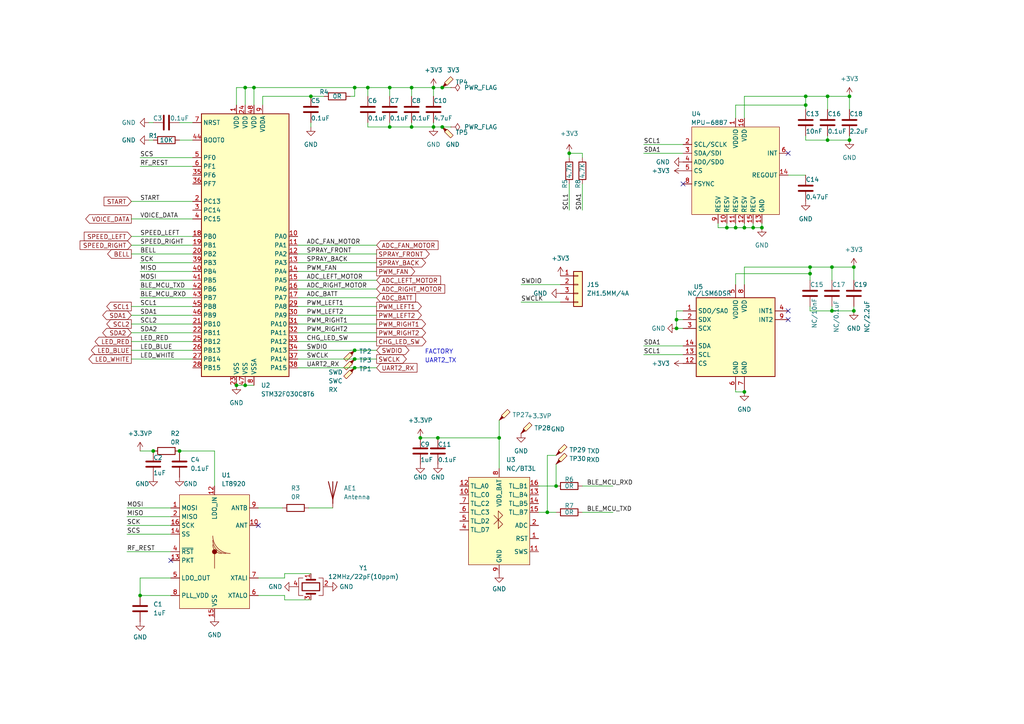
<source format=kicad_sch>
(kicad_sch (version 20211123) (generator eeschema)
  (paper "A4")
  (title_block (title "EDS-01-Main") (date "2022-10-19") (rev "V0.2") (company "Timye"))
  (lib_symbols
    (symbol "Connector:TestPoint_Probe" (pin_numbers hide) (pin_names (offset 0.762) hide)
      (property "Reference" "TP" (at 1.651 5.842 0))
      (property "Value" "TestPoint_Probe" (at 1.651 4.064 0))
      (symbol "TestPoint_Probe_0_1"
        (polyline (pts (xy 1.27 0.762) (xy 0 0) (xy 0.762 1.27) (xy 1.27 0.762)) (fill (type outline)))
        (polyline (pts (xy 1.397 0.635) (xy 0.635 1.397) (xy 2.413 3.175) (xy 3.175 2.413) (xy 1.397 0.635)) (fill (type background)))
      )
      (symbol "TestPoint_Probe_1_1"
        (pin passive line (at 0 0 90) (length 0) (name "1") (number "1"))
      )
    )
    (symbol "Connector_Generic:Conn_01x04" (pin_names (offset 1.016) hide)
      (property "Reference" "J" (at 0 5.08 0))
      (property "Value" "Conn_01x04" (at 0 -7.62 0))
      (symbol "Conn_01x04_1_1"
        (rectangle (start -1.27 -4.953) (end 0 -5.207) (stroke (width 0.1524)))
        (rectangle (start -1.27 -2.413) (end 0 -2.667) (stroke (width 0.1524)))
        (rectangle (start -1.27 0.127) (end 0 -0.127) (stroke (width 0.1524)))
        (rectangle (start -1.27 2.667) (end 0 2.413) (stroke (width 0.1524)))
        (rectangle (start -1.27 3.81) (end 1.27 -6.35) (stroke (width 0.254)) (fill (type background)))
        (pin passive line (at -5.08 2.54 0) (length 3.81) (name "Pin_1") (number "1"))
        (pin passive line (at -5.08 0 0) (length 3.81) (name "Pin_2") (number "2"))
        (pin passive line (at -5.08 -2.54 0) (length 3.81) (name "Pin_3") (number "3"))
        (pin passive line (at -5.08 -5.08 0) (length 3.81) (name "Pin_4") (number "4"))
      )
    )
    (symbol "Device:Antenna" (pin_numbers hide) (pin_names (offset 1.016) hide)
      (property "Reference" "AE" (at -1.905 1.905 0))
      (property "Value" "Antenna" (at -1.905 0 0))
      (symbol "Antenna_0_1"
        (polyline (pts (xy 0 2.54) (xy 0 -3.81)) (stroke (width 0.254)))
        (polyline (pts (xy 1.27 2.54) (xy 0 -2.54) (xy -1.27 2.54)) (stroke (width 0.254)))
      )
      (symbol "Antenna_1_1"
        (pin input line (at 0 -5.08 90) (length 2.54) (name "A") (number "1"))
      )
    )
    (symbol "Device:C" (pin_numbers hide) (pin_names (offset 0.254))
      (property "Reference" "C" (at 0.635 2.54 0))
      (property "Value" "C" (at 0.635 -2.54 0))
      (symbol "C_0_1"
        (polyline (pts (xy -2.032 -0.762) (xy 2.032 -0.762)) (stroke (width 0.508)))
        (polyline (pts (xy -2.032 0.762) (xy 2.032 0.762)) (stroke (width 0.508)))
      )
      (symbol "C_1_1"
        (pin passive line (at 0 3.81 270) (length 2.794) (name "~") (number "1"))
        (pin passive line (at 0 -3.81 90) (length 2.794) (name "~") (number "2"))
      )
    )
    (symbol "Device:Crystal_GND24" (pin_names (offset 1.016) hide)
      (property "Reference" "Y" (at 3.175 5.08 0))
      (property "Value" "Crystal_GND24" (at 3.175 3.175 0))
      (symbol "Crystal_GND24_0_1"
        (rectangle (start -1.143 2.54) (end 1.143 -2.54) (stroke (width 0.3048)))
        (polyline (pts (xy -2.54 0) (xy -2.032 0)))
        (polyline (pts (xy -2.032 -1.27) (xy -2.032 1.27)) (stroke (width 0.508)))
        (polyline (pts (xy 0 -3.81) (xy 0 -3.556)))
        (polyline (pts (xy 0 3.556) (xy 0 3.81)))
        (polyline (pts (xy 2.032 -1.27) (xy 2.032 1.27)) (stroke (width 0.508)))
        (polyline (pts (xy 2.032 0) (xy 2.54 0)))
        (polyline (pts (xy -2.54 -2.286) (xy -2.54 -3.556) (xy 2.54 -3.556) (xy 2.54 -2.286)))
        (polyline (pts (xy -2.54 2.286) (xy -2.54 3.556) (xy 2.54 3.556) (xy 2.54 2.286)))
      )
      (symbol "Crystal_GND24_1_1"
        (pin passive line (at -3.81 0 0) (length 1.27) (name "1") (number "1"))
        (pin passive line (at 0 5.08 270) (length 1.27) (name "2") (number "2"))
        (pin passive line (at 3.81 0 180) (length 1.27) (name "3") (number "3"))
        (pin passive line (at 0 -5.08 90) (length 1.27) (name "4") (number "4"))
      )
    )
    (symbol "Device:R" (pin_numbers hide) (pin_names (offset 0))
      (property "Reference" "R" (at 2.032 0 90))
      (property "Value" "R" (at 0 0 90))
      (symbol "R_0_1"
        (rectangle (start -1.016 -2.54) (end 1.016 2.54) (stroke (width 0.254)))
      )
      (symbol "R_1_1"
        (pin passive line (at 0 3.81 270) (length 1.27) (name "~") (number "1"))
        (pin passive line (at 0 -3.81 90) (length 1.27) (name "~") (number "2"))
      )
    )
    (symbol "MCU_ST_STM32F0:STM32F030C8Tx"
      (property "Reference" "U" (at -12.7 39.37 0))
      (property "Value" "STM32F030C8Tx" (at 7.62 39.37 0))
      (symbol "STM32F030C8Tx_0_1"
        (rectangle (start -12.7 -38.1) (end 12.7 38.1) (stroke (width 0.254)) (fill (type background)))
      )
      (symbol "STM32F030C8Tx_1_1"
        (pin power_in line (at -2.54 40.64 270) (length 2.54) (name "VDD") (number "1"))
        (pin bidirectional line (at 15.24 2.54 180) (length 2.54) (name "PA0") (number "10"))
        (pin bidirectional line (at 15.24 0 180) (length 2.54) (name "PA1") (number "11"))
        (pin bidirectional line (at 15.24 -2.54 180) (length 2.54) (name "PA2") (number "12"))
        (pin bidirectional line (at 15.24 -5.08 180) (length 2.54) (name "PA3") (number "13"))
        (pin bidirectional line (at 15.24 -7.62 180) (length 2.54) (name "PA4") (number "14"))
        (pin bidirectional line (at 15.24 -10.16 180) (length 2.54) (name "PA5") (number "15"))
        (pin bidirectional line (at 15.24 -12.7 180) (length 2.54) (name "PA6") (number "16"))
        (pin bidirectional line (at 15.24 -15.24 180) (length 2.54) (name "PA7") (number "17"))
        (pin bidirectional line (at -15.24 2.54 0) (length 2.54) (name "PB0") (number "18"))
        (pin bidirectional line (at -15.24 0 0) (length 2.54) (name "PB1") (number "19"))
        (pin bidirectional line (at -15.24 12.7 0) (length 2.54) (name "PC13") (number "2"))
        (pin bidirectional line (at -15.24 -2.54 0) (length 2.54) (name "PB2") (number "20"))
        (pin bidirectional line (at -15.24 -22.86 0) (length 2.54) (name "PB10") (number "21"))
        (pin bidirectional line (at -15.24 -25.4 0) (length 2.54) (name "PB11") (number "22"))
        (pin power_in line (at -2.54 -40.64 90) (length 2.54) (name "VSS") (number "23"))
        (pin power_in line (at 0 40.64 270) (length 2.54) (name "VDD") (number "24"))
        (pin bidirectional line (at -15.24 -27.94 0) (length 2.54) (name "PB12") (number "25"))
        (pin bidirectional line (at -15.24 -30.48 0) (length 2.54) (name "PB13") (number "26"))
        (pin bidirectional line (at -15.24 -33.02 0) (length 2.54) (name "PB14") (number "27"))
        (pin bidirectional line (at -15.24 -35.56 0) (length 2.54) (name "PB15") (number "28"))
        (pin bidirectional line (at 15.24 -17.78 180) (length 2.54) (name "PA8") (number "29"))
        (pin bidirectional line (at -15.24 10.16 0) (length 2.54) (name "PC14") (number "3"))
        (pin bidirectional line (at 15.24 -20.32 180) (length 2.54) (name "PA9") (number "30"))
        (pin bidirectional line (at 15.24 -22.86 180) (length 2.54) (name "PA10") (number "31"))
        (pin bidirectional line (at 15.24 -25.4 180) (length 2.54) (name "PA11") (number "32"))
        (pin bidirectional line (at 15.24 -27.94 180) (length 2.54) (name "PA12") (number "33"))
        (pin bidirectional line (at 15.24 -30.48 180) (length 2.54) (name "PA13") (number "34"))
        (pin bidirectional line (at -15.24 20.32 0) (length 2.54) (name "PF6") (number "35"))
        (pin bidirectional line (at -15.24 17.78 0) (length 2.54) (name "PF7") (number "36"))
        (pin bidirectional line (at 15.24 -33.02 180) (length 2.54) (name "PA14") (number "37"))
        (pin bidirectional line (at 15.24 -35.56 180) (length 2.54) (name "PA15") (number "38"))
        (pin bidirectional line (at -15.24 -5.08 0) (length 2.54) (name "PB3") (number "39"))
        (pin bidirectional line (at -15.24 7.62 0) (length 2.54) (name "PC15") (number "4"))
        (pin bidirectional line (at -15.24 -7.62 0) (length 2.54) (name "PB4") (number "40"))
        (pin bidirectional line (at -15.24 -10.16 0) (length 2.54) (name "PB5") (number "41"))
        (pin bidirectional line (at -15.24 -12.7 0) (length 2.54) (name "PB6") (number "42"))
        (pin bidirectional line (at -15.24 -15.24 0) (length 2.54) (name "PB7") (number "43"))
        (pin input line (at -15.24 30.48 0) (length 2.54) (name "BOOT0") (number "44"))
        (pin bidirectional line (at -15.24 -17.78 0) (length 2.54) (name "PB8") (number "45"))
        (pin bidirectional line (at -15.24 -20.32 0) (length 2.54) (name "PB9") (number "46"))
        (pin power_in line (at 0 -40.64 90) (length 2.54) (name "VSS") (number "47"))
        (pin power_in line (at 2.54 40.64 270) (length 2.54) (name "VDD") (number "48"))
        (pin input line (at -15.24 25.4 0) (length 2.54) (name "PF0") (number "5"))
        (pin input line (at -15.24 22.86 0) (length 2.54) (name "PF1") (number "6"))
        (pin input line (at -15.24 35.56 0) (length 2.54) (name "NRST") (number "7"))
        (pin power_in line (at 2.54 -40.64 90) (length 2.54) (name "VSSA") (number "8"))
        (pin power_in line (at 5.08 40.64 270) (length 2.54) (name "VDDA") (number "9"))
      )
    )
    (symbol "Ovo_RF:LT8920"
      (property "Reference" "U" (at -8.89 17.78 0))
      (property "Value" "LT8920" (at -6.35 -17.78 0))
      (symbol "LT8920_0_1"
        (rectangle (start -10.16 16.51) (end 10.16 -16.51) (fill (type background)))
        (arc (start -0.508 2.032) (mid -2.3041 -2.3041) (end 2.032 -0.508))
        (arc (start -0.508 3.302) (mid -3.2021 -3.2021) (end 3.302 -0.508))
        (arc (start -0.508 4.572) (mid -4.1001 -4.1001) (end 4.572 -0.508))
        (polyline (pts (xy 0 0) (xy 0 -4.826)))
        (circle (center 0 0) (radius 0.635) (fill (type outline)))
      )
      (symbol "LT8920_1_1"
        (pin input line (at -12.7 12.7 0) (length 2.54) (name "MOSI") (number "1"))
        (pin passive line (at 12.7 7.62 180) (length 2.54) (name "ANT") (number "10"))
        (pin no_connect line (at 5.08 -19.05 90) (length 2.54) hide (name "NC") (number "11"))
        (pin power_in line (at 0 19.05 270) (length 2.54) (name "LDO_IN") (number "12"))
        (pin output line (at -12.7 -2.54 0) (length 2.54) (name "PKT") (number "13"))
        (pin input line (at -12.7 5.08 0) (length 2.54) (name "SS") (number "14"))
        (pin power_in line (at 0 -19.05 90) (length 2.54) (name "VSS") (number "15"))
        (pin input line (at -12.7 7.62 0) (length 2.54) (name "SCK") (number "16"))
        (pin output line (at -12.7 10.16 0) (length 2.54) (name "MISO") (number "2"))
        (pin no_connect line (at 2.54 -19.05 90) (length 2.54) hide (name "NC") (number "3"))
        (pin input line (at -12.7 0 0) (length 2.54) (name "~{RST}") (number "4"))
        (pin power_out line (at -12.7 -7.62 0) (length 2.54) (name "LDO_OUT") (number "5"))
        (pin passive line (at 12.7 -12.7 180) (length 2.54) (name "XTALO") (number "6"))
        (pin passive line (at 12.7 -7.62 180) (length 2.54) (name "XTALI") (number "7"))
        (pin power_in line (at -12.7 -12.7 0) (length 2.54) (name "PLL_VDD") (number "8"))
        (pin passive line (at 12.7 12.7 180) (length 2.54) (name "ANTB") (number "9"))
      )
    )
    (symbol "Ovo_RF_Bluetooth:BT3L"
      (property "Reference" "U" (at -7.62 13.97 0))
      (property "Value" "BT3L" (at -6.35 -13.97 0))
      (symbol "BT3L_0_1"
        (rectangle (start -8.89 12.7) (end 8.89 -12.7) (fill (type background)))
        (polyline (pts (xy -0.254 0.381) (xy -1.524 -0.889)))
        (polyline (pts (xy -0.254 2.921) (xy -0.254 -2.159)))
        (polyline (pts (xy -0.254 2.921) (xy 1.016 1.651) (xy -0.254 0.381) (xy 1.016 -0.889) (xy -0.254 -2.159) (xy -0.254 0.381) (xy -1.524 1.651)))
      )
      (symbol "BT3L_1_1"
        (pin input line (at 11.43 -5.08 180) (length 2.54) (name "RST") (number "1"))
        (pin bidirectional line (at -11.43 7.62 0) (length 2.54) (name "TL_C0") (number "10"))
        (pin bidirectional line (at 11.43 -8.89 180) (length 2.54) (name "SWS") (number "11"))
        (pin bidirectional line (at -11.43 10.16 0) (length 2.54) (name "TL_A0") (number "12"))
        (pin bidirectional line (at 11.43 7.62 180) (length 2.54) (name "TL_B4") (number "13"))
        (pin bidirectional line (at 11.43 5.08 180) (length 2.54) (name "TL_B5") (number "14"))
        (pin bidirectional line (at 11.43 2.54 180) (length 2.54) (name "TL_B7") (number "15"))
        (pin bidirectional line (at 11.43 10.16 180) (length 2.54) (name "TL_B1") (number "16"))
        (pin input line (at 11.43 -1.27 180) (length 2.54) (name "ADC") (number "2"))
        (pin no_connect line (at -11.43 -6.35 0) (length 2.54) hide (name "NC") (number "3"))
        (pin bidirectional line (at -11.43 -2.54 0) (length 2.54) (name "TL_D7") (number "4"))
        (pin bidirectional line (at -11.43 0 0) (length 2.54) (name "TL_D2") (number "5"))
        (pin bidirectional line (at -11.43 2.54 0) (length 2.54) (name "TL_C3") (number "6"))
        (pin bidirectional line (at -11.43 5.08 0) (length 2.54) (name "TL_C2") (number "7"))
        (pin power_in line (at 0 15.24 270) (length 2.54) (name "VDD_BAT") (number "8"))
        (pin power_in line (at 0 -15.24 90) (length 2.54) (name "GND") (number "9"))
      )
    )
    (symbol "Ovo_Sensor_Motion:MPU-6887"
      (property "Reference" "U" (at -13.97 16.51 0))
      (property "Value" "MPU-6887" (at -10.16 13.97 0))
      (symbol "MPU-6887_0_1"
        (rectangle (start -12.7 12.7) (end 12.7 -12.7) (fill (type background)))
      )
      (symbol "MPU-6887_1_1"
        (pin power_in line (at 0 15.24 270) (length 2.54) (name "VDDIO") (number "1"))
        (pin passive line (at -2.54 -15.24 90) (length 2.54) (name "RESV") (number "10"))
        (pin passive line (at 0 -15.24 90) (length 2.54) (name "RESV") (number "11"))
        (pin passive line (at 2.54 -15.24 90) (length 2.54) (name "RESV") (number "12"))
        (pin power_in line (at 7.62 -15.24 90) (length 2.54) (name "GND") (number "13"))
        (pin passive line (at 15.24 -1.27 180) (length 2.54) (name "REGOUT") (number "14"))
        (pin passive line (at 5.08 -15.24 90) (length 2.54) (name "RECV") (number "15"))
        (pin power_in line (at 2.54 15.24 270) (length 2.54) (name "VDD") (number "16"))
        (pin input line (at -15.24 7.62 0) (length 2.54) (name "SCL/SCLK") (number "2"))
        (pin bidirectional line (at -15.24 5.08 0) (length 2.54) (name "SDA/SDI") (number "3"))
        (pin input line (at -15.24 2.54 0) (length 2.54) (name "AD0/SDO") (number "4"))
        (pin input line (at -15.24 0 0) (length 2.54) (name "CS") (number "5"))
        (pin output line (at 15.24 5.08 180) (length 2.54) (name "INT") (number "6"))
        (pin no_connect line (at -7.62 -15.24 90) (length 2.54) hide (name "RESV") (number "7"))
        (pin input line (at -15.24 -3.81 0) (length 2.54) (name "FSYNC") (number "8"))
        (pin passive line (at -5.08 -15.24 90) (length 2.54) (name "RESV") (number "9"))
      )
    )
    (symbol "Sensor_Motion:LSM6DS3"
      (property "Reference" "U" (at -11.43 15.24 0))
      (property "Value" "LSM6DS3" (at -11.43 12.7 0))
      (symbol "LSM6DS3_0_1"
        (rectangle (start 11.43 11.43) (end -11.43 -11.43) (stroke (width 0.254)) (fill (type background)))
      )
      (symbol "LSM6DS3_1_1"
        (pin bidirectional line (at -15.24 7.62 0) (length 3.81) (name "SDO/SA0") (number "1"))
        (pin no_connect line (at 10.16 -5.08 180) (length 3.81) hide (name "NC") (number "10"))
        (pin no_connect line (at 10.16 -2.54 180) (length 3.81) hide (name "NC") (number "11"))
        (pin input line (at -15.24 -7.62 0) (length 3.81) (name "CS") (number "12"))
        (pin input line (at -15.24 -5.08 0) (length 3.81) (name "SCL") (number "13"))
        (pin bidirectional line (at -15.24 -2.54 0) (length 3.81) (name "SDA") (number "14"))
        (pin bidirectional line (at -15.24 5.08 0) (length 3.81) (name "SDX") (number "2"))
        (pin input line (at -15.24 2.54 0) (length 3.81) (name "SCX") (number "3"))
        (pin output line (at 15.24 7.62 180) (length 3.81) (name "INT1") (number "4"))
        (pin power_in line (at 0 15.24 270) (length 3.81) (name "VDDIO") (number "5"))
        (pin power_in line (at 0 -15.24 90) (length 3.81) (name "GND") (number "6"))
        (pin power_in line (at 2.54 -15.24 90) (length 3.81) (name "GND") (number "7"))
        (pin power_in line (at 2.54 15.24 270) (length 3.81) (name "VDD") (number "8"))
        (pin output line (at 15.24 5.08 180) (length 3.81) (name "INT2") (number "9"))
      )
    )
    (symbol "power:+3.3VP" (power) (pin_names (offset 0))
      (property "Value" "+3.3VP" (at 0 2.54 0))
      (symbol "+3.3VP_0_0"
        (pin power_in line (at 0 0 90) (length 0) hide (name "+3.3VP") (number "1"))
      )
      (symbol "+3.3VP_0_1"
        (polyline (pts (xy -0.762 1.27) (xy 0 2.54)))
        (polyline (pts (xy 0 0) (xy 0 2.54)))
        (polyline (pts (xy 0 2.54) (xy 0.762 1.27)))
      )
    )
    (symbol "power:+3V3" (power) (pin_names (offset 0))
      (property "Value" "+3V3" (at 0 3.556 0))
      (symbol "+3V3_0_1"
        (polyline (pts (xy -0.762 1.27) (xy 0 2.54)))
        (polyline (pts (xy 0 0) (xy 0 2.54)))
        (polyline (pts (xy 0 2.54) (xy 0.762 1.27)))
      )
      (symbol "+3V3_1_1"
        (pin power_in line (at 0 0 90) (length 0) hide (name "+3V3") (number "1"))
      )
    )
    (symbol "power:GND" (power) (pin_names (offset 0))
      (property "Value" "GND" (at 0 -3.81 0))
      (symbol "GND_0_1"
        (polyline (pts (xy 0 0) (xy 0 -1.27) (xy 1.27 -1.27) (xy 0 -2.54) (xy -1.27 -1.27) (xy 0 -1.27)))
      )
      (symbol "GND_1_1"
        (pin power_in line (at 0 0 270) (length 0) hide (name "GND") (number "1"))
      )
    )
    (symbol "power:PWR_FLAG" (power) (pin_numbers hide) (pin_names (offset 0) hide)
      (property "Value" "PWR_FLAG" (at 0 3.81 0))
      (symbol "PWR_FLAG_0_0"
        (pin power_out line (at 0 0 90) (length 0) (name "pwr") (number "1"))
      )
      (symbol "PWR_FLAG_0_1"
        (polyline (pts (xy 0 0) (xy 0 1.27) (xy -1.016 1.905) (xy 0 2.54) (xy 1.016 1.905) (xy 0 1.27)))
      )
    )
  )
  (junction (at 128.27 36.83))
  (junction (at 165.1 44.45))
  (junction (at 241.3 90.17))
  (junction (at 127 127))
  (junction (at 218.44 66.04))
  (junction (at 234.95 79.375))
  (junction (at 113.03 36.83))
  (junction (at 210.82 66.04))
  (junction (at 158.75 148.59))
  (junction (at 233.68 27.94))
  (junction (at 128.27 25.4))
  (junction (at 240.03 27.94))
  (junction (at 106.68 25.4))
  (junction (at 125.73 25.4))
  (junction (at 247.65 90.17))
  (junction (at 213.36 66.04))
  (junction (at 71.12 111.76))
  (junction (at 73.66 25.4))
  (junction (at 240.03 40.64))
  (junction (at 125.73 36.83))
  (junction (at 102.87 106.68))
  (junction (at 52.07 130.81))
  (junction (at 215.9 66.04))
  (junction (at 246.38 40.64))
  (junction (at 220.98 66.04))
  (junction (at 246.38 27.94))
  (junction (at 113.03 25.4))
  (junction (at 196.215 92.71))
  (junction (at 102.87 104.14))
  (junction (at 119.38 36.83))
  (junction (at 119.38 25.4))
  (junction (at 241.3 77.47))
  (junction (at 90.17 27.94))
  (junction (at 234.95 77.47))
  (junction (at 68.58 111.76))
  (junction (at 161.29 140.97))
  (junction (at 40.64 172.72))
  (junction (at 102.87 25.4))
  (junction (at 233.68 30.48))
  (junction (at 102.87 101.6))
  (junction (at 215.9 113.665))
  (junction (at 144.78 127))
  (junction (at 121.92 127))
  (junction (at 44.45 130.81))
  (junction (at 247.65 77.47))
  (junction (at 196.215 95.25))
  (junction (at 71.12 25.4))
  (no_connect (at 49.53 162.56))
  (no_connect (at 228.6 44.45))
  (no_connect (at 198.12 53.34))
  (no_connect (at 74.93 152.4))
  (no_connect (at 228.6 92.71))
  (no_connect (at 228.6 90.17))
  (wire (pts (xy 106.68 35.56) (xy 106.68 36.83)))
  (wire (pts (xy 40.64 86.36) (xy 55.88 86.36)))
  (wire (pts (xy 38.1 93.98) (xy 55.88 93.98)))
  (wire (pts (xy 196.215 90.17) (xy 198.12 90.17)))
  (wire (pts (xy 89.535 147.32) (xy 96.52 147.32)))
  (wire (pts (xy 40.64 83.82) (xy 55.88 83.82)))
  (wire (pts (xy 49.53 167.64) (xy 40.64 167.64)))
  (wire (pts (xy 233.68 31.75) (xy 233.68 30.48)))
  (wire (pts (xy 186.69 44.45) (xy 198.12 44.45)))
  (wire (pts (xy 36.83 152.4) (xy 49.53 152.4)))
  (wire (pts (xy 102.87 25.4) (xy 102.87 27.94)))
  (wire (pts (xy 161.29 132.08) (xy 158.75 132.08)))
  (wire (pts (xy 168.91 148.59) (xy 177.8 148.59)))
  (wire (pts (xy 113.03 25.4) (xy 106.68 25.4)))
  (wire (pts (xy 158.75 132.08) (xy 158.75 148.59)))
  (wire (pts (xy 36.83 154.94) (xy 49.53 154.94)))
  (wire (pts (xy 213.36 30.48) (xy 213.36 34.29)))
  (wire (pts (xy 38.1 91.44) (xy 55.88 91.44)))
  (wire (pts (xy 246.38 40.64) (xy 246.38 39.37)))
  (wire (pts (xy 40.64 45.72) (xy 55.88 45.72)))
  (wire (pts (xy 151.13 87.63) (xy 162.56 87.63)))
  (wire (pts (xy 38.1 99.06) (xy 55.88 99.06)))
  (wire (pts (xy 210.82 66.04) (xy 213.36 66.04)))
  (wire (pts (xy 86.36 91.44) (xy 109.22 91.44)))
  (wire (pts (xy 215.9 66.04) (xy 218.44 66.04)))
  (wire (pts (xy 128.27 25.4) (xy 130.81 25.4)))
  (wire (pts (xy 125.73 25.4) (xy 125.73 27.94)))
  (wire (pts (xy 247.65 77.47) (xy 247.65 81.28)))
  (wire (pts (xy 158.75 148.59) (xy 161.29 148.59)))
  (wire (pts (xy 234.95 90.17) (xy 241.3 90.17)))
  (wire (pts (xy 73.66 25.4) (xy 73.66 30.48)))
  (wire (pts (xy 86.36 88.9) (xy 109.22 88.9)))
  (wire (pts (xy 38.1 96.52) (xy 55.88 96.52)))
  (wire (pts (xy 52.07 130.81) (xy 62.23 130.81)))
  (wire (pts (xy 82.55 173.99) (xy 82.55 172.72)))
  (wire (pts (xy 218.44 66.04) (xy 220.98 66.04)))
  (wire (pts (xy 40.64 167.64) (xy 40.64 172.72)))
  (wire (pts (xy 215.9 113.665) (xy 215.9 113.03)))
  (wire (pts (xy 71.12 111.76) (xy 73.66 111.76)))
  (wire (pts (xy 215.9 82.55) (xy 215.9 77.47)))
  (wire (pts (xy 215.9 64.77) (xy 215.9 66.04)))
  (wire (pts (xy 241.3 90.17) (xy 241.3 88.9)))
  (wire (pts (xy 102.87 25.4) (xy 73.66 25.4)))
  (wire (pts (xy 165.1 45.72) (xy 165.1 44.45)))
  (wire (pts (xy 38.1 68.58) (xy 55.88 68.58)))
  (wire (pts (xy 218.44 64.77) (xy 218.44 66.04)))
  (wire (pts (xy 168.91 53.34) (xy 168.91 60.96)))
  (wire (pts (xy 43.18 35.56) (xy 44.45 35.56)))
  (wire (pts (xy 38.1 58.42) (xy 55.88 58.42)))
  (wire (pts (xy 38.1 104.14) (xy 55.88 104.14)))
  (wire (pts (xy 90.17 173.99) (xy 82.55 173.99)))
  (wire (pts (xy 165.1 44.45) (xy 168.91 44.45)))
  (wire (pts (xy 247.65 90.17) (xy 247.65 88.9)))
  (wire (pts (xy 102.87 104.14) (xy 109.22 104.14)))
  (wire (pts (xy 144.78 127) (xy 144.78 135.89)))
  (wire (pts (xy 240.03 40.64) (xy 246.38 40.64)))
  (wire (pts (xy 106.68 36.83) (xy 113.03 36.83)))
  (wire (pts (xy 196.215 95.25) (xy 198.12 95.25)))
  (wire (pts (xy 165.1 53.34) (xy 165.1 60.96)))
  (wire (pts (xy 101.6 27.94) (xy 102.87 27.94)))
  (wire (pts (xy 90.17 27.94) (xy 93.98 27.94)))
  (wire (pts (xy 113.03 25.4) (xy 113.03 27.94)))
  (wire (pts (xy 71.12 25.4) (xy 73.66 25.4)))
  (wire (pts (xy 40.64 76.2) (xy 55.88 76.2)))
  (wire (pts (xy 234.95 79.375) (xy 234.95 81.28)))
  (wire (pts (xy 215.9 77.47) (xy 234.95 77.47)))
  (wire (pts (xy 38.1 71.12) (xy 55.88 71.12)))
  (wire (pts (xy 213.36 113.665) (xy 215.9 113.665)))
  (wire (pts (xy 38.1 63.5) (xy 55.88 63.5)))
  (wire (pts (xy 86.36 76.2) (xy 109.22 76.2)))
  (wire (pts (xy 125.73 36.83) (xy 125.73 35.56)))
  (wire (pts (xy 68.58 111.76) (xy 71.12 111.76)))
  (wire (pts (xy 40.64 48.26) (xy 55.88 48.26)))
  (wire (pts (xy 68.58 30.48) (xy 68.58 25.4)))
  (wire (pts (xy 186.69 100.33) (xy 198.12 100.33)))
  (wire (pts (xy 213.36 64.77) (xy 213.36 66.04)))
  (wire (pts (xy 52.07 35.56) (xy 55.88 35.56)))
  (wire (pts (xy 196.215 92.71) (xy 198.12 92.71)))
  (wire (pts (xy 186.69 41.91) (xy 198.12 41.91)))
  (wire (pts (xy 144.78 121.92) (xy 144.78 127)))
  (wire (pts (xy 106.68 25.4) (xy 106.68 27.94)))
  (wire (pts (xy 86.36 81.28) (xy 109.22 81.28)))
  (wire (pts (xy 86.36 73.66) (xy 109.22 73.66)))
  (wire (pts (xy 241.3 90.17) (xy 247.65 90.17)))
  (wire (pts (xy 220.98 66.04) (xy 220.98 64.77)))
  (wire (pts (xy 241.3 77.47) (xy 241.3 81.28)))
  (wire (pts (xy 234.95 79.375) (xy 213.36 79.375)))
  (wire (pts (xy 82.55 166.37) (xy 82.55 167.64)))
  (wire (pts (xy 119.38 36.83) (xy 125.73 36.83)))
  (wire (pts (xy 86.36 96.52) (xy 109.22 96.52)))
  (wire (pts (xy 90.17 166.37) (xy 82.55 166.37)))
  (wire (pts (xy 234.95 77.47) (xy 234.95 79.375)))
  (wire (pts (xy 121.92 127) (xy 127 127)))
  (wire (pts (xy 82.55 172.72) (xy 74.93 172.72)))
  (wire (pts (xy 119.38 25.4) (xy 125.73 25.4)))
  (wire (pts (xy 36.83 147.32) (xy 49.53 147.32)))
  (wire (pts (xy 102.87 101.6) (xy 109.22 101.6)))
  (wire (pts (xy 62.23 130.81) (xy 62.23 140.97)))
  (wire (pts (xy 213.36 66.04) (xy 215.9 66.04)))
  (wire (pts (xy 86.36 106.68) (xy 102.87 106.68)))
  (wire (pts (xy 240.03 40.64) (xy 240.03 39.37)))
  (wire (pts (xy 38.1 101.6) (xy 55.88 101.6)))
  (wire (pts (xy 40.64 130.81) (xy 44.45 130.81)))
  (wire (pts (xy 241.3 77.47) (xy 247.65 77.47)))
  (wire (pts (xy 86.36 83.82) (xy 109.22 83.82)))
  (wire (pts (xy 196.215 95.25) (xy 196.215 92.71)))
  (wire (pts (xy 208.28 66.04) (xy 210.82 66.04)))
  (wire (pts (xy 210.82 64.77) (xy 210.82 66.04)))
  (wire (pts (xy 76.2 27.94) (xy 76.2 30.48)))
  (wire (pts (xy 186.69 102.87) (xy 198.12 102.87)))
  (wire (pts (xy 234.95 90.17) (xy 234.95 88.9)))
  (wire (pts (xy 151.13 82.55) (xy 162.56 82.55)))
  (wire (pts (xy 71.12 30.48) (xy 71.12 25.4)))
  (wire (pts (xy 196.215 92.71) (xy 196.215 90.17)))
  (wire (pts (xy 119.38 25.4) (xy 113.03 25.4)))
  (wire (pts (xy 233.68 27.94) (xy 233.68 30.48)))
  (wire (pts (xy 228.6 50.8) (xy 233.68 50.8)))
  (wire (pts (xy 234.95 77.47) (xy 241.3 77.47)))
  (wire (pts (xy 156.21 148.59) (xy 158.75 148.59)))
  (wire (pts (xy 125.73 25.4) (xy 128.27 25.4)))
  (wire (pts (xy 90.17 27.94) (xy 76.2 27.94)))
  (wire (pts (xy 215.9 34.29) (xy 215.9 27.94)))
  (wire (pts (xy 86.36 78.74) (xy 109.22 78.74)))
  (wire (pts (xy 113.03 35.56) (xy 113.03 36.83)))
  (wire (pts (xy 168.91 140.97) (xy 177.8 140.97)))
  (wire (pts (xy 113.03 36.83) (xy 119.38 36.83)))
  (wire (pts (xy 106.68 25.4) (xy 102.87 25.4)))
  (wire (pts (xy 40.64 81.28) (xy 55.88 81.28)))
  (wire (pts (xy 82.55 167.64) (xy 74.93 167.64)))
  (wire (pts (xy 40.64 78.74) (xy 55.88 78.74)))
  (wire (pts (xy 119.38 27.94) (xy 119.38 25.4)))
  (wire (pts (xy 128.27 36.83) (xy 130.81 36.83)))
  (wire (pts (xy 240.03 27.94) (xy 246.38 27.94)))
  (wire (pts (xy 161.29 134.62) (xy 161.29 140.97)))
  (wire (pts (xy 52.07 40.64) (xy 55.88 40.64)))
  (wire (pts (xy 168.91 44.45) (xy 168.91 45.72)))
  (wire (pts (xy 127 127) (xy 144.78 127)))
  (wire (pts (xy 74.93 147.32) (xy 81.915 147.32)))
  (wire (pts (xy 240.03 27.94) (xy 240.03 31.75)))
  (wire (pts (xy 215.9 27.94) (xy 233.68 27.94)))
  (wire (pts (xy 213.36 113.03) (xy 213.36 113.665)))
  (wire (pts (xy 233.68 40.64) (xy 240.03 40.64)))
  (wire (pts (xy 68.58 25.4) (xy 71.12 25.4)))
  (wire (pts (xy 86.36 93.98) (xy 109.22 93.98)))
  (wire (pts (xy 86.36 71.12) (xy 109.22 71.12)))
  (wire (pts (xy 86.36 101.6) (xy 102.87 101.6)))
  (wire (pts (xy 86.36 104.14) (xy 102.87 104.14)))
  (wire (pts (xy 86.36 99.06) (xy 109.22 99.06)))
  (wire (pts (xy 125.73 36.83) (xy 128.27 36.83)))
  (wire (pts (xy 38.1 73.66) (xy 55.88 73.66)))
  (wire (pts (xy 102.87 106.68) (xy 109.22 106.68)))
  (wire (pts (xy 208.28 64.77) (xy 208.28 66.04)))
  (wire (pts (xy 233.68 30.48) (xy 213.36 30.48)))
  (wire (pts (xy 43.18 40.64) (xy 44.45 40.64)))
  (wire (pts (xy 90.17 36.83) (xy 90.17 35.56)))
  (wire (pts (xy 40.64 172.72) (xy 49.53 172.72)))
  (wire (pts (xy 156.21 140.97) (xy 161.29 140.97)))
  (wire (pts (xy 246.38 27.94) (xy 246.38 31.75)))
  (wire (pts (xy 38.1 88.9) (xy 55.88 88.9)))
  (wire (pts (xy 86.36 86.36) (xy 109.22 86.36)))
  (wire (pts (xy 119.38 35.56) (xy 119.38 36.83)))
  (wire (pts (xy 233.68 40.64) (xy 233.68 39.37)))
  (wire (pts (xy 233.68 27.94) (xy 240.03 27.94)))
  (wire (pts (xy 213.36 79.375) (xy 213.36 82.55)))
  (wire (pts (xy 36.83 160.02) (xy 49.53 160.02)))
  (wire (pts (xy 36.83 149.86) (xy 49.53 149.86)))
  (text "UART2_TX" (at 123.19 105.41 0) (effects (font (size 1.27 1.27)) (justify left bottom)))
  (text "FACTORY" (at 123.19 102.87 0) (effects (font (size 1.27 1.27)) (justify left bottom)))
  (label "BELL" (at 40.64 73.66 0))
  (label "MOSI" (at 36.83 147.32 0))
  (label "BLE_MCU_RXD" (at 170.18 140.97 0))
  (label "PWM_FAN" (at 88.9 78.74 0))
  (label "MISO" (at 36.83 149.86 0))
  (label "SCK" (at 40.64 76.2 0))
  (label "SCK" (at 36.83 152.4 0))
  (label "START" (at 40.64 58.42 0))
  (label "MOSI" (at 40.64 81.28 0))
  (label "SWDIO" (at 151.13 82.55 0))
  (label "BLE_MCU_TXD" (at 40.64 83.82 0))
  (label "SDA1" (at 186.69 44.45 0))
  (label "SDA1" (at 40.64 91.44 0))
  (label "SPRAY_FRONT" (at 88.9 73.66 0))
  (label "UART2_RX" (at 88.9 106.68 0))
  (label "SWCLK" (at 151.13 87.63 0))
  (label "VOICE_DATA" (at 40.64 63.5 0))
  (label "BLE_MCU_RXD" (at 40.64 86.36 0))
  (label "SDA2" (at 40.64 96.52 0))
  (label "SCL1" (at 186.69 102.87 0))
  (label "SDA1" (at 168.91 60.96 90))
  (label "LED_RED" (at 40.64 99.06 0))
  (label "SDA1" (at 186.69 100.33 0))
  (label "MISO" (at 40.64 78.74 0))
  (label "SCS" (at 36.83 154.94 0))
  (label "RF_REST" (at 36.83 160.02 0))
  (label "CHG_LED_SW" (at 88.9 99.06 0))
  (label "SWDIO" (at 88.9 101.6 0))
  (label "SPRAY_BACK" (at 88.9 76.2 0))
  (label "SWCLK" (at 88.9 104.14 0))
  (label "PWM_RIGHT1" (at 88.9 93.98 0))
  (label "ADC_RIGHT_MOTOR" (at 88.9 83.82 0))
  (label "SCS" (at 40.64 45.72 0))
  (label "SCL1" (at 40.64 88.9 0))
  (label "BLE_MCU_TXD" (at 170.18 148.59 0))
  (label "PWM_RIGHT2" (at 88.9 96.52 0))
  (label "PWM_LEFT2" (at 88.9 91.44 0))
  (label "SPEED_RIGHT" (at 40.64 71.12 0))
  (label "LED_WHITE" (at 40.64 104.14 0))
  (label "SPEED_LEFT" (at 40.64 68.58 0))
  (label "RF_REST" (at 40.64 48.26 0))
  (label "SCL1" (at 186.69 41.91 0))
  (label "ADC_FAN_MOTOR" (at 88.9 71.12 0))
  (label "ADC_LEFT_MOTOR" (at 88.9 81.28 0))
  (label "PWM_LEFT1" (at 88.9 88.9 0))
  (label "ADC_BATT" (at 88.9 86.36 0))
  (label "SCL1" (at 165.1 60.96 90))
  (label "LED_BLUE" (at 40.64 101.6 0))
  (label "SCL2" (at 40.64 93.98 0))
  (global_label "SPRAY_BACK" (shape output) (at 109.22 76.2 0) (property "Intersheet References" "${INTERSHEET_REFS}" (effects hide)))
  (global_label "CHG_LED_SW" (shape output) (at 109.22 99.06 0) (property "Intersheet References" "${INTERSHEET_REFS}" (effects hide)))
  (global_label "UART2_RX" (shape input) (at 109.22 106.68 0) (property "Intersheet References" "${INTERSHEET_REFS}" (effects hide)))
  (global_label "PWM_RIGHT2" (shape output) (at 109.22 96.52 0) (property "Intersheet References" "${INTERSHEET_REFS}" (effects hide)))
  (global_label "LED_RED" (shape output) (at 38.1 99.06 180) (property "Intersheet References" "${INTERSHEET_REFS}" (effects hide)))
  (global_label "SDA2" (shape bidirectional) (at 38.1 96.52 180) (property "Intersheet References" "${INTERSHEET_REFS}" (effects hide)))
  (global_label "SDA1" (shape bidirectional) (at 38.1 91.44 180) (property "Intersheet References" "${INTERSHEET_REFS}" (effects hide)))
  (global_label "SPEED_LEFT" (shape input) (at 38.1 68.58 180) (property "Intersheet References" "${INTERSHEET_REFS}" (effects hide)))
  (global_label "SCL2" (shape output) (at 38.1 93.98 180) (property "Intersheet References" "${INTERSHEET_REFS}" (effects hide)))
  (global_label "ADC_FAN_MOTOR" (shape input) (at 109.22 71.12 0) (property "Intersheet References" "${INTERSHEET_REFS}" (effects hide)))
  (global_label "PWM_RIGHT1" (shape output) (at 109.22 93.98 0) (property "Intersheet References" "${INTERSHEET_REFS}" (effects hide)))
  (global_label "LED_BLUE" (shape output) (at 38.1 101.6 180) (property "Intersheet References" "${INTERSHEET_REFS}" (effects hide)))
  (global_label "SWCLK" (shape output) (at 109.22 104.14 0) (property "Intersheet References" "${INTERSHEET_REFS}" (effects hide)))
  (global_label "SPRAY_FRONT" (shape output) (at 109.22 73.66 0) (property "Intersheet References" "${INTERSHEET_REFS}" (effects hide)))
  (global_label "VOICE_DATA" (shape output) (at 38.1 63.5 180) (property "Intersheet References" "${INTERSHEET_REFS}" (effects hide)))
  (global_label "PWM_LEFT2" (shape output) (at 109.22 91.44 0) (property "Intersheet References" "${INTERSHEET_REFS}" (effects hide)))
  (global_label "LED_WHITE" (shape output) (at 38.1 104.14 180) (property "Intersheet References" "${INTERSHEET_REFS}" (effects hide)))
  (global_label "PWM_FAN" (shape output) (at 109.22 78.74 0) (property "Intersheet References" "${INTERSHEET_REFS}" (effects hide)))
  (global_label "ADC_LEFT_MOTOR" (shape input) (at 109.22 81.28 0) (property "Intersheet References" "${INTERSHEET_REFS}" (effects hide)))
  (global_label "ADC_BATT" (shape input) (at 109.22 86.36 0) (property "Intersheet References" "${INTERSHEET_REFS}" (effects hide)))
  (global_label "SWDIO" (shape bidirectional) (at 109.22 101.6 0) (property "Intersheet References" "${INTERSHEET_REFS}" (effects hide)))
  (global_label "START" (shape input) (at 38.1 58.42 180) (property "Intersheet References" "${INTERSHEET_REFS}" (effects hide)))
  (global_label "SCL1" (shape output) (at 38.1 88.9 180) (property "Intersheet References" "${INTERSHEET_REFS}" (effects hide)))
  (global_label "PWM_LEFT1" (shape output) (at 109.22 88.9 0) (property "Intersheet References" "${INTERSHEET_REFS}" (effects hide)))
  (global_label "ADC_RIGHT_MOTOR" (shape input) (at 109.22 83.82 0) (property "Intersheet References" "${INTERSHEET_REFS}" (effects hide)))
  (global_label "BELL" (shape output) (at 38.1 73.66 180) (property "Intersheet References" "${INTERSHEET_REFS}" (effects hide)))
  (global_label "SPEED_RIGHT" (shape input) (at 38.1 71.12 180) (property "Intersheet References" "${INTERSHEET_REFS}" (effects hide)))
  (symbol (lib_id "Sensor_Motion:LSM6DS3") (at 213.36 97.79 0) (unit 1)
    (property "Reference" "U5" (at 202.565 83.185 0))
    (property "Value" "NC/LSM6DSR" (at 205.74 85.09 0))
    (property "Footprint" "Package_LGA:LGA-14_3x2.5mm_P0.5mm_LayoutBorder3x4y" (effects hide))
    (property "Datasheet" "www.st.com/resource/en/datasheet/lsm6ds3.pdf" (effects hide))
  )
  (symbol (lib_id "Device:C") (at 246.38 35.56 180) (unit 1)
    (property "Reference" "C18" (at 246.38 33.02 0) (effects (justify right)))
    (property "Value" "2.2uF" (at 246.38 38.1 0) (effects (justify right)))
    (property "Footprint" "Capacitor_SMD:C_0603_1608Metric" (effects hide))
  )
  (symbol (lib_id "Connector_Generic:Conn_01x04") (at 167.64 82.55 0) (unit 1)
    (property "Reference" "J15" (at 170.18 82.5499 0) (effects (justify left)))
    (property "Value" "ZH1.5MM/4A" (at 170.18 85.0899 0) (effects (justify left)))
    (property "Footprint" "Ovo_Connector_JST:JST_ZH_B04B-ZR_1x04_P1.50mm_Vertical" (effects hide))
  )
  (symbol (lib_id "power:+3V3") (at 165.1 44.45 0) (unit 1)
    (property "Reference" "#PWR0121" (effects hide))
    (property "Value" "+3V3" (at 165.1 38.735 0))
  )
  (symbol (lib_id "power:GND") (at 233.68 58.42 0) (unit 1)
    (property "Reference" "#PWR0131" (effects hide))
    (property "Value" "GND" (at 233.68 63.5 0))
  )
  (symbol (lib_id "Connector:TestPoint_Probe") (at 102.87 106.68 180) (unit 1)
    (property "Reference" "TP1" (at 104.14 106.9974 0) (effects (justify right)))
    (property "Value" "RX" (at 95.25 113.03 0) (effects (justify right)))
    (property "Footprint" "TestPoint:TestPoint_Pad_D1.0mm" (effects hide))
  )
  (symbol (lib_id "power:PWR_FLAG") (at 130.81 36.83 270) (unit 1)
    (property "Reference" "#FLG0102" (effects hide))
    (property "Value" "PWR_FLAG" (at 134.62 36.8299 90) (effects (justify left)))
  )
  (symbol (lib_id "Device:C") (at 233.68 35.56 180) (unit 1)
    (property "Reference" "C13" (at 233.68 33.02 0) (effects (justify right)))
    (property "Value" "10nF" (at 233.68 38.1 0) (effects (justify right)))
    (property "Footprint" "Capacitor_SMD:C_0603_1608Metric" (effects hide))
  )
  (symbol (lib_id "power:+3V3") (at 162.56 80.01 0) (unit 1)
    (property "Reference" "#PWR0223" (effects hide))
    (property "Value" "+3V3" (at 162.56 74.93 0))
  )
  (symbol (lib_id "power:+3V3") (at 246.38 27.94 0) (unit 1)
    (property "Reference" "#PWR0129" (effects hide))
    (property "Value" "+3V3" (at 246.38 22.86 0))
  )
  (symbol (lib_id "Device:C") (at 233.68 54.61 180) (unit 1)
    (property "Reference" "C14" (at 233.68 52.07 0) (effects (justify right)))
    (property "Value" "0.47uF" (at 233.68 57.15 0) (effects (justify right)))
    (property "Footprint" "Capacitor_SMD:C_0603_1608Metric" (effects hide))
  )
  (symbol (lib_id "Device:C") (at 90.17 31.75 180) (unit 1)
    (property "Reference" "C5" (at 90.17 29.21 0) (effects (justify right)))
    (property "Value" "0.1uF" (at 90.17 34.29 0) (effects (justify right)))
    (property "Footprint" "Capacitor_SMD:C_0603_1608Metric" (effects hide))
  )
  (symbol (lib_id "power:GND") (at 95.25 170.18 90) (unit 1)
    (property "Reference" "#PWR0107" (effects hide))
    (property "Value" "GND" (at 98.425 170.1799 90) (effects (justify right)))
  )
  (symbol (lib_id "Device:R") (at 48.26 130.81 90) (unit 1)
    (property "Reference" "R2" (at 50.8 125.73 90))
    (property "Value" "0R" (at 50.8 128.27 90))
    (property "Footprint" "Resistor_SMD:R_0603_1608Metric" (effects hide))
  )
  (symbol (lib_id "power:GND") (at 62.23 179.07 0) (unit 1)
    (property "Reference" "#PWR0102" (effects hide))
    (property "Value" "GND" (at 62.23 184.15 0))
  )
  (symbol (lib_id "Connector:TestPoint_Probe") (at 151.13 125.73 0) (unit 1)
    (property "Reference" "TP28" (at 154.94 124.1424 0) (effects (justify left)))
    (property "Value" "GND" (at 163.83 124.46 0) (effects (justify right)))
    (property "Footprint" "TestPoint:TestPoint_Pad_D1.0mm" (effects hide))
  )
  (symbol (lib_id "Device:C") (at 241.3 85.09 180) (unit 1)
    (property "Reference" "C17" (at 241.3 82.55 0) (effects (justify right)))
    (property "Value" "NC/0.1uF" (at 242.57 96.52 90) (effects (justify right)))
    (property "Footprint" "Capacitor_SMD:C_0603_1608Metric" (effects hide))
  )
  (symbol (lib_id "Connector:TestPoint_Probe") (at 102.87 101.6 180) (unit 1)
    (property "Reference" "TP2" (at 104.14 101.9174 0) (effects (justify right)))
    (property "Value" "SWD" (at 95.25 107.95 0) (effects (justify right)))
    (property "Footprint" "TestPoint:TestPoint_Pad_D1.0mm" (effects hide))
  )
  (symbol (lib_id "Device:C") (at 40.64 176.53 0) (unit 1)
    (property "Reference" "C1" (at 44.45 175.2599 0) (effects (justify left)))
    (property "Value" "1uF" (at 44.45 177.7999 0) (effects (justify left)))
    (property "Footprint" "Capacitor_SMD:C_0603_1608Metric" (effects hide))
  )
  (symbol (lib_id "Device:C") (at 48.26 35.56 90) (unit 1)
    (property "Reference" "C3" (at 45.72 34.29 90))
    (property "Value" "0.1uF" (at 52.07 34.29 90))
    (property "Footprint" "Capacitor_SMD:C_0603_1608Metric" (effects hide))
  )
  (symbol (lib_id "Device:C") (at 119.38 31.75 180) (unit 1)
    (property "Reference" "C8" (at 119.38 29.21 0) (effects (justify right)))
    (property "Value" "0.1uF" (at 119.38 34.29 0) (effects (justify right)))
    (property "Footprint" "Capacitor_SMD:C_0603_1608Metric" (effects hide))
  )
  (symbol (lib_id "Connector:TestPoint_Probe") (at 161.29 134.62 0) (unit 1)
    (property "Reference" "TP30" (at 165.1 133.0324 0) (effects (justify left)))
    (property "Value" "RXD" (at 173.99 133.35 0) (effects (justify right)))
    (property "Footprint" "TestPoint:TestPoint_Pad_D1.0mm" (effects hide))
  )
  (symbol (lib_id "Device:R") (at 165.1 49.53 180) (unit 1)
    (property "Reference" "R5" (at 163.83 53.34 90))
    (property "Value" "4.7K" (at 165.1 49.53 90))
    (property "Footprint" "Resistor_SMD:R_0603_1608Metric" (effects hide))
  )
  (symbol (lib_id "power:GND") (at 43.18 35.56 270) (unit 1)
    (property "Reference" "#PWR0105" (effects hide))
    (property "Value" "GND" (at 39.37 35.5599 90) (effects (justify right)))
  )
  (symbol (lib_id "power:GND") (at 121.92 134.62 0) (unit 1)
    (property "Reference" "#PWR0110" (effects hide))
    (property "Value" "GND" (at 121.92 138.43 0))
  )
  (symbol (lib_id "Device:C") (at 125.73 31.75 180) (unit 1)
    (property "Reference" "C10" (at 125.73 29.21 0) (effects (justify right)))
    (property "Value" "4.7uF" (at 125.73 34.29 0) (effects (justify right)))
    (property "Footprint" "Capacitor_SMD:C_0603_1608Metric" (effects hide))
  )
  (symbol (lib_id "power:GND") (at 144.78 166.37 0) (unit 1)
    (property "Reference" "#PWR0109" (effects hide))
    (property "Value" "GND" (at 144.78 170.815 0))
  )
  (symbol (lib_id "Connector:TestPoint_Probe") (at 144.78 121.92 0) (unit 1)
    (property "Reference" "TP27" (at 148.59 120.3324 0) (effects (justify left)))
    (property "Value" "+3.3VP" (at 160.02 120.65 0) (effects (justify right)))
    (property "Footprint" "TestPoint:TestPoint_Pad_D1.0mm" (effects hide))
  )
  (symbol (lib_id "Device:C") (at 127 130.81 0) (unit 1)
    (property "Reference" "C11" (at 127 128.905 0) (effects (justify left)))
    (property "Value" "0.1uF" (at 127 133.35 0) (effects (justify left)))
    (property "Footprint" "Capacitor_SMD:C_0603_1608Metric" (effects hide))
  )
  (symbol (lib_id "power:+3.3VP") (at 121.92 127 0) (unit 1)
    (property "Reference" "#PWR0108" (effects hide))
    (property "Value" "+3.3VP" (at 121.92 121.92 0))
  )
  (symbol (lib_id "power:GND") (at 162.56 85.09 270) (unit 1)
    (property "Reference" "#PWR0224" (effects hide))
    (property "Value" "GND" (at 158.75 85.0899 90) (effects (justify right)))
  )
  (symbol (lib_id "Device:C") (at 247.65 85.09 180) (unit 1)
    (property "Reference" "C19" (at 247.65 82.55 0) (effects (justify right)))
    (property "Value" "NC/2.2uF" (at 251.46 96.52 90) (effects (justify right)))
    (property "Footprint" "Capacitor_SMD:C_0603_1608Metric" (effects hide))
  )
  (symbol (lib_id "Device:R") (at 165.1 148.59 90) (unit 1)
    (property "Reference" "R7" (at 165.1 146.685 90))
    (property "Value" "0R" (at 165.1 148.59 90))
    (property "Footprint" "Resistor_SMD:R_0603_1608Metric" (effects hide))
  )
  (symbol (lib_id "Device:C") (at 113.03 31.75 180) (unit 1)
    (property "Reference" "C7" (at 113.03 29.21 0) (effects (justify right)))
    (property "Value" "0.1uF" (at 113.03 34.29 0) (effects (justify right)))
    (property "Footprint" "Capacitor_SMD:C_0603_1608Metric" (effects hide))
  )
  (symbol (lib_id "power:GND") (at 90.17 36.83 0) (unit 1)
    (property "Reference" "#PWR0104" (effects hide))
    (property "Value" "GND" (at 90.17 41.91 0))
  )
  (symbol (lib_id "Device:R") (at 165.1 140.97 90) (unit 1)
    (property "Reference" "R6" (at 165.1 139.065 90))
    (property "Value" "0R" (at 165.1 140.97 90))
    (property "Footprint" "Resistor_SMD:R_0603_1608Metric" (effects hide))
  )
  (symbol (lib_id "Connector:TestPoint_Probe") (at 128.27 25.4 0) (unit 1)
    (property "Reference" "TP4" (at 132.08 23.8124 0) (effects (justify left)))
    (property "Value" "3V3" (at 133.35 20.32 0) (effects (justify right)))
    (property "Footprint" "TestPoint:TestPoint_Pad_D1.0mm" (effects hide))
  )
  (symbol (lib_id "power:GND") (at 220.98 66.04 0) (unit 1)
    (property "Reference" "#PWR0115" (effects hide))
    (property "Value" "GND" (at 220.98 71.12 0))
  )
  (symbol (lib_id "Device:R") (at 97.79 27.94 90) (unit 1)
    (property "Reference" "R4" (at 93.98 26.67 90))
    (property "Value" "0R" (at 97.79 27.94 90))
    (property "Footprint" "Resistor_SMD:R_0603_1608Metric" (effects hide))
  )
  (symbol (lib_id "Device:C") (at 44.45 134.62 0) (unit 1)
    (property "Reference" "C2" (at 44.45 132.715 0) (effects (justify left)))
    (property "Value" "1uF" (at 44.45 137.16 0) (effects (justify left)))
    (property "Footprint" "Capacitor_SMD:C_0603_1608Metric" (effects hide))
  )
  (symbol (lib_id "Connector:TestPoint_Probe") (at 102.87 104.14 180) (unit 1)
    (property "Reference" "TP3" (at 104.14 104.4574 0) (effects (justify right)))
    (property "Value" "SWC" (at 95.25 110.49 0) (effects (justify right)))
    (property "Footprint" "TestPoint:TestPoint_Pad_D1.0mm" (effects hide))
  )
  (symbol (lib_id "power:GND") (at 215.9 113.665 0) (unit 1)
    (property "Reference" "#PWR0126" (effects hide))
    (property "Value" "GND" (at 215.9 118.745 0))
  )
  (symbol (lib_id "power:+3V3") (at 198.12 105.41 90) (unit 1)
    (property "Reference" "#PWR0127" (effects hide))
    (property "Value" "+3V3" (at 194.31 105.4099 90) (effects (justify left)))
  )
  (symbol (lib_id "power:GND") (at 85.09 170.18 270) (unit 1)
    (property "Reference" "#PWR0103" (effects hide))
    (property "Value" "GND" (at 81.915 170.1799 90) (effects (justify right)))
  )
  (symbol (lib_id "power:GND") (at 198.12 46.99 270) (unit 1)
    (property "Reference" "#PWR0118" (effects hide))
    (property "Value" "GND" (at 194.31 46.9899 90) (effects (justify right)))
  )
  (symbol (lib_id "power:+3V3") (at 247.65 77.47 0) (unit 1)
    (property "Reference" "#PWR0116" (effects hide))
    (property "Value" "+3V3" (at 247.65 72.39 0))
  )
  (symbol (lib_id "power:GND") (at 68.58 111.76 0) (unit 1)
    (property "Reference" "#PWR0153" (effects hide))
    (property "Value" "GND" (at 68.58 116.84 0))
  )
  (symbol (lib_id "power:+3V3") (at 125.73 25.4 0) (unit 1)
    (property "Reference" "#PWR0119" (effects hide))
    (property "Value" "+3V3" (at 125.73 20.32 0))
  )
  (symbol (lib_id "power:GND") (at 40.64 180.34 0) (unit 1)
    (property "Reference" "#PWR0101" (effects hide))
    (property "Value" "GND" (at 40.64 184.785 0))
  )
  (symbol (lib_id "power:GND") (at 247.65 90.17 0) (unit 1)
    (property "Reference" "#PWR0114" (effects hide))
    (property "Value" "GND" (at 247.65 95.25 0))
  )
  (symbol (lib_id "power:GND") (at 127 134.62 0) (unit 1)
    (property "Reference" "#PWR0128" (effects hide))
    (property "Value" "GND" (at 127 138.43 0))
  )
  (symbol (lib_id "Device:C") (at 121.92 130.81 0) (unit 1)
    (property "Reference" "C9" (at 121.92 128.905 0) (effects (justify left)))
    (property "Value" "1uF" (at 121.92 133.35 0) (effects (justify left)))
    (property "Footprint" "Capacitor_SMD:C_0603_1608Metric" (effects hide))
  )
  (symbol (lib_id "power:GND") (at 125.73 36.83 0) (unit 1)
    (property "Reference" "#PWR0120" (effects hide))
    (property "Value" "GND" (at 125.73 41.91 0))
  )
  (symbol (lib_id "Ovo_RF:LT8920") (at 62.23 160.02 0) (unit 1)
    (property "Reference" "U1" (at 64.2494 137.795 0) (effects (justify left)))
    (property "Value" "LT8920" (at 64.2494 140.335 0) (effects (justify left)))
    (property "Footprint" "Package_SO:TSSOP-16_4.4x5mm_P0.65mm" (effects hide))
  )
  (symbol (lib_id "Device:R") (at 85.725 147.32 90) (unit 1)
    (property "Reference" "R3" (at 85.725 141.605 90))
    (property "Value" "0R" (at 85.725 144.145 90))
    (property "Footprint" "Resistor_SMD:R_0603_1608Metric" (effects hide))
  )
  (symbol (lib_id "power:GND") (at 44.45 138.43 0) (unit 1)
    (property "Reference" "#PWR0112" (effects hide))
    (property "Value" "GND" (at 41.275 140.335 0))
  )
  (symbol (lib_id "Device:Antenna") (at 96.52 142.24 0) (unit 1)
    (property "Reference" "AE1" (at 99.695 141.6049 0) (effects (justify left)))
    (property "Value" "Antenna" (at 99.695 144.1449 0) (effects (justify left)))
    (property "Footprint" "Ovo_RF_Antenna:Ovo_PA2401_2.4GHz_Right" (effects hide))
  )
  (symbol (lib_id "power:PWR_FLAG") (at 130.81 25.4 270) (unit 1)
    (property "Reference" "#FLG0101" (effects hide))
    (property "Value" "PWR_FLAG" (at 134.62 25.3999 90) (effects (justify left)))
  )
  (symbol (lib_id "Device:Crystal_GND24") (at 90.17 170.18 270) (unit 1)
    (property "Reference" "Y1" (at 105.41 164.7188 90))
    (property "Value" "12MHz/22pF(10ppm)" (at 105.41 167.2588 90))
    (property "Footprint" "Oscillator:Oscillator_SMD_Abracon_ASE-4Pin_3.2x2.5mm" (effects hide))
  )
  (symbol (lib_id "Device:R") (at 168.91 49.53 180) (unit 1)
    (property "Reference" "R8" (at 167.64 53.34 90))
    (property "Value" "4.7K" (at 168.91 49.53 90))
    (property "Footprint" "Resistor_SMD:R_0603_1608Metric" (effects hide))
  )
  (symbol (lib_id "Ovo_RF_Bluetooth:BT3L") (at 144.78 151.13 0) (unit 1)
    (property "Reference" "U3" (at 146.7994 133.35 0) (effects (justify left)))
    (property "Value" "NC/BT3L" (at 146.7994 135.89 0) (effects (justify left)))
    (property "Footprint" "Ovo_RF_Module:Tuya_BT3L" (effects hide))
  )
  (symbol (lib_id "Device:C") (at 234.95 85.09 180) (unit 1)
    (property "Reference" "C15" (at 234.95 82.55 0) (effects (justify right)))
    (property "Value" "NC/10nF" (at 236.22 95.25 90) (effects (justify right)))
    (property "Footprint" "Capacitor_SMD:C_0603_1608Metric" (effects hide))
  )
  (symbol (lib_id "power:GND") (at 43.18 40.64 270) (unit 1)
    (property "Reference" "#PWR0106" (effects hide))
    (property "Value" "GND" (at 39.37 40.6399 90) (effects (justify right)))
  )
  (symbol (lib_id "Connector:TestPoint_Probe") (at 161.29 132.08 0) (unit 1)
    (property "Reference" "TP29" (at 165.1 130.4924 0) (effects (justify left)))
    (property "Value" "TXD" (at 173.99 130.81 0) (effects (justify right)))
    (property "Footprint" "TestPoint:TestPoint_Pad_D1.0mm" (effects hide))
  )
  (symbol (lib_id "power:+3V3") (at 198.12 49.53 90) (unit 1)
    (property "Reference" "#PWR0117" (effects hide))
    (property "Value" "+3V3" (at 194.31 49.5299 90) (effects (justify left)))
  )
  (symbol (lib_id "power:GND") (at 151.13 125.73 0) (unit 1)
    (property "Reference" "#PWR0125" (effects hide))
    (property "Value" "GND" (at 151.13 130.81 0))
  )
  (symbol (lib_id "Connector:TestPoint_Probe") (at 128.27 36.83 270) (unit 1)
    (property "Reference" "TP5" (at 132.08 38.4174 90) (effects (justify left)))
    (property "Value" "GND" (at 133.35 41.91 90) (effects (justify right)))
    (property "Footprint" "TestPoint:TestPoint_Pad_D1.0mm" (effects hide))
  )
  (symbol (lib_id "Device:C") (at 106.68 31.75 180) (unit 1)
    (property "Reference" "C6" (at 106.68 29.21 0) (effects (justify right)))
    (property "Value" "0.1uF" (at 106.68 34.29 0) (effects (justify right)))
    (property "Footprint" "Capacitor_SMD:C_0603_1608Metric" (effects hide))
  )
  (symbol (lib_id "power:GND") (at 246.38 40.64 0) (unit 1)
    (property "Reference" "#PWR0130" (effects hide))
    (property "Value" "GND" (at 246.38 45.72 0))
  )
  (symbol (lib_id "Ovo_Sensor_Motion:MPU-6887") (at 213.36 49.53 0) (unit 1)
    (property "Reference" "U4" (at 201.93 33.02 0))
    (property "Value" "MPU-6887" (at 205.74 35.56 0))
    (property "Footprint" "Package_LGA:LGA-16_3x3mm_P0.5mm_LayoutBorder3x5y" (effects hide))
  )
  (symbol (lib_id "power:GND") (at 52.07 138.43 0) (unit 1)
    (property "Reference" "#PWR0111" (effects hide))
    (property "Value" "GND" (at 55.245 140.335 0))
  )
  (symbol (lib_id "MCU_ST_STM32F0:STM32F030C8Tx") (at 71.12 71.12 0) (unit 1)
    (property "Reference" "U2" (at 75.6794 111.76 0) (effects (justify left)))
    (property "Value" "STM32F030C8T6" (at 75.6794 114.3 0) (effects (justify left)))
    (property "Footprint" "Package_QFP:LQFP-48_7x7mm_P0.5mm" (effects hide))
    (property "Datasheet" "http://www.st.com/st-web-ui/static/active/en/resource/technical/document/datasheet/DM00088500.pdf" (effects hide))
  )
  (symbol (lib_id "Device:C") (at 52.07 134.62 0) (unit 1)
    (property "Reference" "C4" (at 55.245 133.3499 0) (effects (justify left)))
    (property "Value" "0.1uF" (at 55.245 135.8899 0) (effects (justify left)))
    (property "Footprint" "Capacitor_SMD:C_0603_1608Metric" (effects hide))
  )
  (symbol (lib_id "Device:R") (at 48.26 40.64 90) (unit 1)
    (property "Reference" "R1" (at 44.45 39.37 90))
    (property "Value" "10K" (at 48.26 40.64 90))
    (property "Footprint" "Resistor_SMD:R_0603_1608Metric" (effects hide))
  )
  (symbol (lib_id "power:+3.3VP") (at 40.64 130.81 0) (unit 1)
    (property "Reference" "#PWR0113" (effects hide))
    (property "Value" "+3.3VP" (at 40.64 125.73 0))
  )
  (symbol (lib_id "Device:C") (at 240.03 35.56 180) (unit 1)
    (property "Reference" "C16" (at 240.03 33.02 0) (effects (justify right)))
    (property "Value" "0.1uF" (at 240.03 38.1 0) (effects (justify right)))
    (property "Footprint" "Capacitor_SMD:C_0603_1608Metric" (effects hide))
  )
  (symbol (lib_id "power:GND") (at 196.215 95.25 270) (unit 1)
    (property "Reference" "#PWR0124" (effects hide))
    (property "Value" "GND" (at 193.04 95.2499 90) (effects (justify right)))
  )
)
</source>
